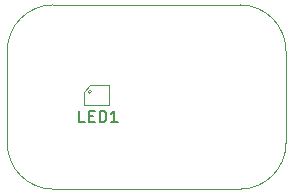
<source format=gbr>
%TF.GenerationSoftware,KiCad,Pcbnew,4.0.5-e0-6337~49~ubuntu16.04.1*%
%TF.CreationDate,2017-01-21T20:54:42-08:00*%
%TF.ProjectId,2x3-LED-RGB-SMT,3278332D4C45442D5247422D534D542E,1.0*%
%TF.FileFunction,Other,Fab,Top*%
%FSLAX46Y46*%
G04 Gerber Fmt 4.6, Leading zero omitted, Abs format (unit mm)*
G04 Created by KiCad (PCBNEW 4.0.5-e0-6337~49~ubuntu16.04.1) date Sat Jan 21 20:54:42 2017*
%MOMM*%
%LPD*%
G01*
G04 APERTURE LIST*
%ADD10C,0.350000*%
%ADD11C,0.100000*%
%ADD12C,0.040640*%
%ADD13C,0.150000*%
G04 APERTURE END LIST*
D10*
D11*
X134915421Y-99353139D02*
G75*
G03X134915421Y-99353139I-141421J0D01*
G01*
X136374000Y-100494560D02*
X136374000Y-98794560D01*
X134274000Y-100494560D02*
X136374000Y-100494560D01*
X134274000Y-99394560D02*
X134274000Y-100494560D01*
X134774000Y-98794560D02*
X134274000Y-99394560D01*
X134774000Y-98794560D02*
X136374000Y-98794560D01*
D12*
X147574000Y-91994560D02*
X131674000Y-91994560D01*
X147574000Y-107594560D02*
X131674000Y-107594560D01*
X151374000Y-103694560D02*
X151374000Y-95894560D01*
X127774000Y-103694560D02*
X127774000Y-95894560D01*
X151374000Y-95894560D02*
G75*
G03X147474000Y-91994560I-3900000J0D01*
G01*
X147474000Y-107594560D02*
G75*
G03X151374000Y-103694560I0J3900000D01*
G01*
X127774000Y-103694560D02*
G75*
G03X131674000Y-107594560I3900000J0D01*
G01*
X131674000Y-91994560D02*
G75*
G03X127774000Y-95894560I0J-3900000D01*
G01*
D13*
X134354953Y-101946941D02*
X133878762Y-101946941D01*
X133878762Y-100946941D01*
X134688286Y-101423131D02*
X135021620Y-101423131D01*
X135164477Y-101946941D02*
X134688286Y-101946941D01*
X134688286Y-100946941D01*
X135164477Y-100946941D01*
X135593048Y-101946941D02*
X135593048Y-100946941D01*
X135831143Y-100946941D01*
X135974001Y-100994560D01*
X136069239Y-101089798D01*
X136116858Y-101185036D01*
X136164477Y-101375512D01*
X136164477Y-101518370D01*
X136116858Y-101708846D01*
X136069239Y-101804084D01*
X135974001Y-101899322D01*
X135831143Y-101946941D01*
X135593048Y-101946941D01*
X137116858Y-101946941D02*
X136545429Y-101946941D01*
X136831143Y-101946941D02*
X136831143Y-100946941D01*
X136735905Y-101089798D01*
X136640667Y-101185036D01*
X136545429Y-101232655D01*
M02*

</source>
